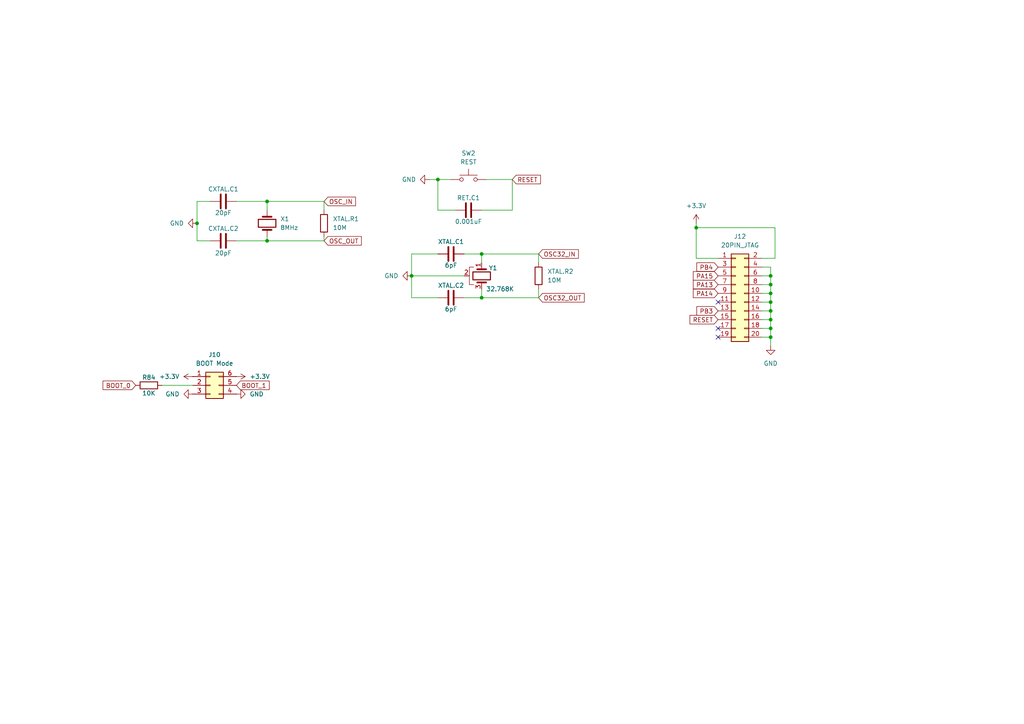
<source format=kicad_sch>
(kicad_sch (version 20231120) (generator "eeschema") (generator_version "8.0")
  (paper "A4")
  (lib_symbols
    (symbol "Connector_Generic:Conn_02x03_Counter_Clockwise" (pin_names (offset 1.016) hide)
      (property "Reference" "J" (at 1.27 5.08 0))
      (property "Value" "Conn_02x03_Counter_Clockwise" (at 1.27 -5.08 0))
      (symbol "Conn_02x03_Counter_Clockwise_1_1"
        (rectangle (start -1.27 -2.413) (end 0 -2.667) (stroke (width 0.1524)))
        (rectangle (start -1.27 0.127) (end 0 -0.127) (stroke (width 0.1524)))
        (rectangle (start -1.27 2.667) (end 0 2.413) (stroke (width 0.1524)))
        (rectangle (start -1.27 3.81) (end 3.81 -3.81) (stroke (width 0.254)) (fill (type background)))
        (rectangle (start 3.81 -2.413) (end 2.54 -2.667) (stroke (width 0.1524)))
        (rectangle (start 3.81 0.127) (end 2.54 -0.127) (stroke (width 0.1524)))
        (rectangle (start 3.81 2.667) (end 2.54 2.413) (stroke (width 0.1524)))
        (pin passive line (at -5.08 2.54 0) (length 3.81) (name "Pin_1") (number "1"))
        (pin passive line (at -5.08 0 0) (length 3.81) (name "Pin_2") (number "2"))
        (pin passive line (at -5.08 -2.54 0) (length 3.81) (name "Pin_3") (number "3"))
        (pin passive line (at 7.62 -2.54 180) (length 3.81) (name "Pin_4") (number "4"))
        (pin passive line (at 7.62 0 180) (length 3.81) (name "Pin_5") (number "5"))
        (pin passive line (at 7.62 2.54 180) (length 3.81) (name "Pin_6") (number "6"))
      )
    )
    (symbol "Connector_Generic:Conn_02x10_Odd_Even" (pin_names (offset 1.016) hide)
      (property "Reference" "J" (at 1.27 12.7 0))
      (property "Value" "Conn_02x10_Odd_Even" (at 1.27 -15.24 0))
      (symbol "Conn_02x10_Odd_Even_1_1"
        (rectangle (start -1.27 -12.573) (end 0 -12.827) (stroke (width 0.1524)))
        (rectangle (start -1.27 -10.033) (end 0 -10.287) (stroke (width 0.1524)))
        (rectangle (start -1.27 -7.493) (end 0 -7.747) (stroke (width 0.1524)))
        (rectangle (start -1.27 -4.953) (end 0 -5.207) (stroke (width 0.1524)))
        (rectangle (start -1.27 -2.413) (end 0 -2.667) (stroke (width 0.1524)))
        (rectangle (start -1.27 0.127) (end 0 -0.127) (stroke (width 0.1524)))
        (rectangle (start -1.27 2.667) (end 0 2.413) (stroke (width 0.1524)))
        (rectangle (start -1.27 5.207) (end 0 4.953) (stroke (width 0.1524)))
        (rectangle (start -1.27 7.747) (end 0 7.493) (stroke (width 0.1524)))
        (rectangle (start -1.27 10.287) (end 0 10.033) (stroke (width 0.1524)))
        (rectangle (start -1.27 11.43) (end 3.81 -13.97) (stroke (width 0.254)) (fill (type background)))
        (rectangle (start 3.81 -12.573) (end 2.54 -12.827) (stroke (width 0.1524)))
        (rectangle (start 3.81 -10.033) (end 2.54 -10.287) (stroke (width 0.1524)))
        (rectangle (start 3.81 -7.493) (end 2.54 -7.747) (stroke (width 0.1524)))
        (rectangle (start 3.81 -4.953) (end 2.54 -5.207) (stroke (width 0.1524)))
        (rectangle (start 3.81 -2.413) (end 2.54 -2.667) (stroke (width 0.1524)))
        (rectangle (start 3.81 0.127) (end 2.54 -0.127) (stroke (width 0.1524)))
        (rectangle (start 3.81 2.667) (end 2.54 2.413) (stroke (width 0.1524)))
        (rectangle (start 3.81 5.207) (end 2.54 4.953) (stroke (width 0.1524)))
        (rectangle (start 3.81 7.747) (end 2.54 7.493) (stroke (width 0.1524)))
        (rectangle (start 3.81 10.287) (end 2.54 10.033) (stroke (width 0.1524)))
        (pin passive line (at -5.08 10.16 0) (length 3.81) (name "Pin_1") (number "1"))
        (pin passive line (at 7.62 0 180) (length 3.81) (name "Pin_10") (number "10"))
        (pin passive line (at -5.08 -2.54 0) (length 3.81) (name "Pin_11") (number "11"))
        (pin passive line (at 7.62 -2.54 180) (length 3.81) (name "Pin_12") (number "12"))
        (pin passive line (at -5.08 -5.08 0) (length 3.81) (name "Pin_13") (number "13"))
        (pin passive line (at 7.62 -5.08 180) (length 3.81) (name "Pin_14") (number "14"))
        (pin passive line (at -5.08 -7.62 0) (length 3.81) (name "Pin_15") (number "15"))
        (pin passive line (at 7.62 -7.62 180) (length 3.81) (name "Pin_16") (number "16"))
        (pin passive line (at -5.08 -10.16 0) (length 3.81) (name "Pin_17") (number "17"))
        (pin passive line (at 7.62 -10.16 180) (length 3.81) (name "Pin_18") (number "18"))
        (pin passive line (at -5.08 -12.7 0) (length 3.81) (name "Pin_19") (number "19"))
        (pin passive line (at 7.62 10.16 180) (length 3.81) (name "Pin_2") (number "2"))
        (pin passive line (at 7.62 -12.7 180) (length 3.81) (name "Pin_20") (number "20"))
        (pin passive line (at -5.08 7.62 0) (length 3.81) (name "Pin_3") (number "3"))
        (pin passive line (at 7.62 7.62 180) (length 3.81) (name "Pin_4") (number "4"))
        (pin passive line (at -5.08 5.08 0) (length 3.81) (name "Pin_5") (number "5"))
        (pin passive line (at 7.62 5.08 180) (length 3.81) (name "Pin_6") (number "6"))
        (pin passive line (at -5.08 2.54 0) (length 3.81) (name "Pin_7") (number "7"))
        (pin passive line (at 7.62 2.54 180) (length 3.81) (name "Pin_8") (number "8"))
        (pin passive line (at -5.08 0 0) (length 3.81) (name "Pin_9") (number "9"))
      )
    )
    (symbol "Device:C" (pin_numbers hide) (pin_names (offset 0.254))
      (property "Reference" "C" (at 0.635 2.54 0))
      (property "Value" "C" (at 0.635 -2.54 0))
      (symbol "C_0_1"
        (polyline (pts (xy -2.032 -0.762) (xy 2.032 -0.762)) (stroke (width 0.508)))
        (polyline (pts (xy -2.032 0.762) (xy 2.032 0.762)) (stroke (width 0.508)))
      )
      (symbol "C_1_1"
        (pin passive line (at 0 3.81 270) (length 2.794) (name "~") (number "1"))
        (pin passive line (at 0 -3.81 90) (length 2.794) (name "~") (number "2"))
      )
    )
    (symbol "Device:Crystal" (pin_numbers hide) (pin_names (offset 1.016) hide)
      (property "Reference" "Y" (at 0 3.81 0))
      (property "Value" "Crystal" (at 0 -3.81 0))
      (symbol "Crystal_0_1"
        (rectangle (start -1.143 2.54) (end 1.143 -2.54) (stroke (width 0.3048)))
        (polyline (pts (xy -2.54 0) (xy -1.905 0)))
        (polyline (pts (xy -1.905 -1.27) (xy -1.905 1.27)) (stroke (width 0.508)))
        (polyline (pts (xy 1.905 -1.27) (xy 1.905 1.27)) (stroke (width 0.508)))
        (polyline (pts (xy 2.54 0) (xy 1.905 0)))
      )
      (symbol "Crystal_1_1"
        (pin passive line (at -3.81 0 0) (length 1.27) (name "1") (number "1"))
        (pin passive line (at 3.81 0 180) (length 1.27) (name "2") (number "2"))
      )
    )
    (symbol "Device:Crystal_GND2" (pin_names (offset 1.016) hide)
      (property "Reference" "Y" (at 0 5.715 0))
      (property "Value" "Crystal_GND2" (at 0 3.81 0))
      (symbol "Crystal_GND2_0_1"
        (rectangle (start -1.143 2.54) (end 1.143 -2.54) (stroke (width 0.3048)))
        (polyline (pts (xy -2.54 0) (xy -1.905 0)))
        (polyline (pts (xy -1.905 -1.27) (xy -1.905 1.27)) (stroke (width 0.508)))
        (polyline (pts (xy 0 -3.81) (xy 0 -3.556)))
        (polyline (pts (xy 1.905 0) (xy 2.54 0)))
        (polyline (pts (xy 1.905 1.27) (xy 1.905 -1.27)) (stroke (width 0.508)))
        (polyline (pts (xy -2.54 -2.286) (xy -2.54 -3.556) (xy 2.54 -3.556) (xy 2.54 -2.286)))
      )
      (symbol "Crystal_GND2_1_1"
        (pin passive line (at -3.81 0 0) (length 1.27) (name "1") (number "1"))
        (pin passive line (at 0 -5.08 90) (length 1.27) (name "2") (number "2"))
        (pin passive line (at 3.81 0 180) (length 1.27) (name "3") (number "3"))
      )
    )
    (symbol "Device:R" (pin_numbers hide) (pin_names (offset 0))
      (property "Reference" "R" (at 2.032 0 90))
      (property "Value" "R" (at 0 0 90))
      (symbol "R_0_1"
        (rectangle (start -1.016 -2.54) (end 1.016 2.54) (stroke (width 0.254)))
      )
      (symbol "R_1_1"
        (pin passive line (at 0 3.81 270) (length 1.27) (name "~") (number "1"))
        (pin passive line (at 0 -3.81 90) (length 1.27) (name "~") (number "2"))
      )
    )
    (symbol "Switch:SW_MEC_5G" (pin_numbers hide) (pin_names (offset 1.016) hide)
      (property "Reference" "SW" (at 1.27 2.54 0))
      (property "Value" "SW_MEC_5G" (at 0 -1.524 0))
      (symbol "SW_MEC_5G_0_1"
        (circle (center -2.032 0) (radius 0.508))
        (polyline (pts (xy 0 1.27) (xy 0 3.048)))
        (polyline (pts (xy 2.54 1.27) (xy -2.54 1.27)))
        (circle (center 2.032 0) (radius 0.508))
        (pin passive line (at -5.08 0 0) (length 2.54) (name "A") (number "1"))
        (pin passive line (at 5.08 0 180) (length 2.54) (name "B") (number "3"))
      )
      (symbol "SW_MEC_5G_1_1"
        (pin passive line (at -5.08 0 0) (length 2.54) hide (name "A") (number "2"))
        (pin passive line (at 5.08 0 180) (length 2.54) hide (name "B") (number "4"))
      )
    )
    (symbol "power:+3.3V" (power) (pin_numbers hide) (pin_names (offset 0) hide)
      (property "Value" "+3.3V" (at 0 3.556 0))
      (symbol "+3.3V_0_1"
        (polyline (pts (xy -0.762 1.27) (xy 0 2.54)))
        (polyline (pts (xy 0 0) (xy 0 2.54)))
        (polyline (pts (xy 0 2.54) (xy 0.762 1.27)))
      )
      (symbol "+3.3V_1_1"
        (pin power_in line (at 0 0 90) (length 0) (name "~") (number "1"))
      )
    )
    (symbol "power:GND" (power) (pin_numbers hide) (pin_names (offset 0) hide)
      (property "Value" "GND" (at 0 -3.81 0))
      (symbol "GND_0_1"
        (polyline (pts (xy 0 0) (xy 0 -1.27) (xy 1.27 -1.27) (xy 0 -2.54) (xy -1.27 -1.27) (xy 0 -1.27)))
      )
      (symbol "GND_1_1"
        (pin power_in line (at 0 0 270) (length 0) (name "~") (number "1"))
      )
    )
  )
  (junction (at 223.52 92.71))
  (junction (at 223.52 87.63))
  (junction (at 139.7 73.66))
  (junction (at 119.38 80.01))
  (junction (at 223.52 90.17))
  (junction (at 77.47 58.42))
  (junction (at 201.93 66.04))
  (junction (at 57.15 64.77))
  (junction (at 127 52.07))
  (junction (at 139.7 86.36))
  (junction (at 77.47 69.85))
  (junction (at 223.52 97.79))
  (junction (at 223.52 85.09))
  (junction (at 223.52 95.25))
  (junction (at 223.52 82.55))
  (junction (at 223.52 80.01))
  (no_connect (at 208.28 97.79))
  (no_connect (at 208.28 87.63))
  (no_connect (at 208.28 95.25))
  (wire (pts (xy 46.99 111.76) (xy 55.88 111.76)))
  (wire (pts (xy 130.81 52.07) (xy 127 52.07)))
  (wire (pts (xy 93.98 60.96) (xy 93.98 58.42)))
  (wire (pts (xy 223.52 77.47) (xy 223.52 80.01)))
  (wire (pts (xy 220.98 74.93) (xy 224.79 74.93)))
  (wire (pts (xy 57.15 69.85) (xy 57.15 64.77)))
  (wire (pts (xy 223.52 95.25) (xy 220.98 95.25)))
  (wire (pts (xy 127 52.07) (xy 124.46 52.07)))
  (wire (pts (xy 156.21 83.82) (xy 156.21 86.36)))
  (wire (pts (xy 139.7 73.66) (xy 134.62 73.66)))
  (wire (pts (xy 223.52 92.71) (xy 223.52 95.25)))
  (wire (pts (xy 57.15 58.42) (xy 60.96 58.42)))
  (wire (pts (xy 156.21 76.2) (xy 156.21 73.66)))
  (wire (pts (xy 132.08 60.96) (xy 127 60.96)))
  (wire (pts (xy 201.93 74.93) (xy 201.93 66.04)))
  (wire (pts (xy 223.52 85.09) (xy 220.98 85.09)))
  (wire (pts (xy 223.52 90.17) (xy 223.52 92.71)))
  (wire (pts (xy 223.52 82.55) (xy 220.98 82.55)))
  (wire (pts (xy 223.52 95.25) (xy 223.52 97.79)))
  (wire (pts (xy 201.93 66.04) (xy 201.93 64.77)))
  (wire (pts (xy 60.96 69.85) (xy 57.15 69.85)))
  (wire (pts (xy 223.52 90.17) (xy 220.98 90.17)))
  (wire (pts (xy 223.52 97.79) (xy 220.98 97.79)))
  (wire (pts (xy 223.52 77.47) (xy 220.98 77.47)))
  (wire (pts (xy 127 86.36) (xy 119.38 86.36)))
  (wire (pts (xy 77.47 60.96) (xy 77.47 58.42)))
  (wire (pts (xy 223.52 97.79) (xy 223.52 100.33)))
  (wire (pts (xy 223.52 80.01) (xy 223.52 82.55)))
  (wire (pts (xy 77.47 68.58) (xy 77.47 69.85)))
  (wire (pts (xy 139.7 76.2) (xy 139.7 73.66)))
  (wire (pts (xy 57.15 64.77) (xy 57.15 58.42)))
  (wire (pts (xy 223.52 85.09) (xy 223.52 87.63)))
  (wire (pts (xy 223.52 87.63) (xy 223.52 90.17)))
  (wire (pts (xy 77.47 58.42) (xy 68.58 58.42)))
  (wire (pts (xy 127 60.96) (xy 127 52.07)))
  (wire (pts (xy 223.52 87.63) (xy 220.98 87.63)))
  (wire (pts (xy 77.47 69.85) (xy 68.58 69.85)))
  (wire (pts (xy 139.7 60.96) (xy 148.59 60.96)))
  (wire (pts (xy 156.21 73.66) (xy 139.7 73.66)))
  (wire (pts (xy 127 73.66) (xy 119.38 73.66)))
  (wire (pts (xy 139.7 83.82) (xy 139.7 86.36)))
  (wire (pts (xy 93.98 68.58) (xy 93.98 69.85)))
  (wire (pts (xy 93.98 58.42) (xy 77.47 58.42)))
  (wire (pts (xy 139.7 86.36) (xy 134.62 86.36)))
  (wire (pts (xy 119.38 80.01) (xy 134.62 80.01)))
  (wire (pts (xy 119.38 86.36) (xy 119.38 80.01)))
  (wire (pts (xy 223.52 80.01) (xy 220.98 80.01)))
  (wire (pts (xy 148.59 60.96) (xy 148.59 52.07)))
  (wire (pts (xy 223.52 82.55) (xy 223.52 85.09)))
  (wire (pts (xy 119.38 73.66) (xy 119.38 80.01)))
  (wire (pts (xy 208.28 74.93) (xy 201.93 74.93)))
  (wire (pts (xy 224.79 74.93) (xy 224.79 66.04)))
  (wire (pts (xy 93.98 69.85) (xy 77.47 69.85)))
  (wire (pts (xy 223.52 92.71) (xy 220.98 92.71)))
  (wire (pts (xy 224.79 66.04) (xy 201.93 66.04)))
  (wire (pts (xy 148.59 52.07) (xy 140.97 52.07)))
  (wire (pts (xy 156.21 86.36) (xy 139.7 86.36)))
  (global_label "BOOT_1" (shape input) (at 68.58 111.76 0) (property "Intersheetrefs" "${INTERSHEET_REFS}" (effects (hide yes))))
  (global_label "OSC_IN" (shape input) (at 93.98 58.42 0) (property "Intersheetrefs" "${INTERSHEET_REFS}" (effects (hide yes))))
  (global_label "OSC32_IN" (shape input) (at 156.21 73.66 0) (property "Intersheetrefs" "${INTERSHEET_REFS}" (effects (hide yes))))
  (global_label "PB4" (shape input) (at 208.28 77.47 180) (property "Intersheetrefs" "${INTERSHEET_REFS}" (effects (hide yes))))
  (global_label "BOOT_0" (shape input) (at 39.37 111.76 180) (property "Intersheetrefs" "${INTERSHEET_REFS}" (effects (hide yes))))
  (global_label "PA13" (shape input) (at 208.28 82.55 180) (property "Intersheetrefs" "${INTERSHEET_REFS}" (effects (hide yes))))
  (global_label "PA15" (shape input) (at 208.28 80.01 180) (property "Intersheetrefs" "${INTERSHEET_REFS}" (effects (hide yes))))
  (global_label "OSC_OUT" (shape input) (at 93.98 69.85 0) (property "Intersheetrefs" "${INTERSHEET_REFS}" (effects (hide yes))))
  (global_label "PA14" (shape input) (at 208.28 85.09 180) (property "Intersheetrefs" "${INTERSHEET_REFS}" (effects (hide yes))))
  (global_label "RESET" (shape input) (at 148.59 52.07 0) (property "Intersheetrefs" "${INTERSHEET_REFS}" (effects (hide yes))))
  (global_label "PB3" (shape input) (at 208.28 90.17 180) (property "Intersheetrefs" "${INTERSHEET_REFS}" (effects (hide yes))))
  (global_label "RESET" (shape input) (at 208.28 92.71 180) (property "Intersheetrefs" "${INTERSHEET_REFS}" (effects (hide yes))))
  (global_label "OSC32_OUT" (shape input) (at 156.21 86.36 0) (property "Intersheetrefs" "${INTERSHEET_REFS}" (effects (hide yes))))
  (symbol (lib_id "Device:C") (at 135.89 60.96 90) (unit 1)
    (property "Reference" "RET.C1" (at 135.89 57.404 90))
    (property "Value" "0.001uF" (at 135.89 64.262 90))
    (property "Footprint" "Capacitor_SMD:C_0805_2012Metric" (effects (hide yes)))
    (property "Description" "Unpolarized capacitor" (effects (hide yes)))
  )
  (symbol (lib_id "Device:C") (at 64.77 69.85 90) (unit 1)
    (property "Reference" "CXTAL.C2" (at 64.77 66.294 90))
    (property "Value" "20pF" (at 64.77 73.406 90))
    (property "Footprint" "Capacitor_SMD:C_0805_2012Metric" (effects (hide yes)))
    (property "Description" "Unpolarized capacitor" (effects (hide yes)))
  )
  (symbol (lib_id "power:GND") (at 55.88 114.3 270) (unit 1)
    (property "Reference" "#PWR049" (effects (hide yes)))
    (property "Value" "GND" (at 52.07 114.2999 90) (effects (justify right)))
    (property "Description" "Power symbol creates a global label with name \"GND\" , ground" (effects (hide yes)))
  )
  (symbol (lib_id "Device:C") (at 130.81 73.66 90) (unit 1)
    (property "Reference" "XTAL.C1" (at 130.81 70.104 90))
    (property "Value" "6pF" (at 130.81 76.962 90))
    (property "Footprint" "Capacitor_SMD:C_0805_2012Metric" (effects (hide yes)))
    (property "Description" "Unpolarized capacitor" (effects (hide yes)))
  )
  (symbol (lib_id "Device:R") (at 43.18 111.76 90) (unit 1)
    (property "Reference" "R84" (at 43.18 109.474 90))
    (property "Value" "10K" (at 43.18 114.046 90))
    (property "Footprint" "Capacitor_SMD:C_0805_2012Metric" (effects (hide yes)))
    (property "Description" "Resistor" (effects (hide yes)))
  )
  (symbol (lib_id "power:GND") (at 119.38 80.01 270) (unit 1)
    (property "Reference" "#PWR046" (effects (hide yes)))
    (property "Value" "GND" (at 115.57 80.0099 90) (effects (justify right)))
    (property "Description" "Power symbol creates a global label with name \"GND\" , ground" (effects (hide yes)))
  )
  (symbol (lib_id "power:GND") (at 68.58 114.3 90) (unit 1)
    (property "Reference" "#PWR050" (effects (hide yes)))
    (property "Value" "GND" (at 72.39 114.2999 90) (effects (justify right)))
    (property "Description" "Power symbol creates a global label with name \"GND\" , ground" (effects (hide yes)))
  )
  (symbol (lib_id "Connector_Generic:Conn_02x10_Odd_Even") (at 213.36 85.09 0) (unit 1)
    (property "Reference" "J12" (at 214.63 68.58 0))
    (property "Value" "20PIN_JTAG" (at 214.63 71.12 0))
    (property "Footprint" "Connector_IDC:IDC-Header_2x10_P2.54mm_Vertical" (effects (hide yes)))
    (property "Description" "Generic connector, double row, 02x10, odd/even pin numbering scheme (row 1 odd numbers, row 2 even numbers), script generated (kicad-library-utils/schlib/autogen/connector/)" (effects (hide yes)))
  )
  (symbol (lib_id "Device:C") (at 64.77 58.42 90) (unit 1)
    (property "Reference" "CXTAL.C1" (at 64.77 54.864 90))
    (property "Value" "20pF" (at 64.77 61.722 90))
    (property "Footprint" "Capacitor_SMD:C_0805_2012Metric" (effects (hide yes)))
    (property "Description" "Unpolarized capacitor" (effects (hide yes)))
  )
  (symbol (lib_id "power:+3.3V") (at 201.93 64.77 0) (unit 1)
    (property "Reference" "#PWR029" (effects (hide yes)))
    (property "Value" "+3.3V" (at 201.93 59.69 0))
    (property "Description" "Power symbol creates a global label with name \"+3.3V\"" (effects (hide yes)))
  )
  (symbol (lib_id "Device:Crystal_GND2") (at 139.7 80.01 270) (unit 1)
    (property "Reference" "Y1" (at 141.732 77.724 90) (effects (justify left)))
    (property "Value" "32.768K" (at 140.97 83.82 90) (effects (justify left)))
    (property "Footprint" "Crystal:Crystal_SMD_MicroCrystal_MS3V-T1R" (effects (hide yes)))
    (property "Description" "Three pin crystal, GND on pin 2" (effects (hide yes)))
  )
  (symbol (lib_id "power:+3.3V") (at 55.88 109.22 90) (unit 1)
    (property "Reference" "#PWR047" (effects (hide yes)))
    (property "Value" "+3.3V" (at 52.07 109.2199 90) (effects (justify left)))
    (property "Description" "Power symbol creates a global label with name \"+3.3V\"" (effects (hide yes)))
  )
  (symbol (lib_id "power:GND") (at 57.15 64.77 270) (unit 1)
    (property "Reference" "#PWR044" (effects (hide yes)))
    (property "Value" "GND" (at 53.34 64.7699 90) (effects (justify right)))
    (property "Description" "Power symbol creates a global label with name \"GND\" , ground" (effects (hide yes)))
  )
  (symbol (lib_id "Device:C") (at 130.81 86.36 90) (unit 1)
    (property "Reference" "XTAL.C2" (at 130.81 82.804 90))
    (property "Value" "6pF" (at 130.81 89.662 90))
    (property "Footprint" "Capacitor_SMD:C_0805_2012Metric" (effects (hide yes)))
    (property "Description" "Unpolarized capacitor" (effects (hide yes)))
  )
  (symbol (lib_id "power:+3.3V") (at 68.58 109.22 270) (unit 1)
    (property "Reference" "#PWR048" (effects (hide yes)))
    (property "Value" "+3.3V" (at 72.39 109.2199 90) (effects (justify left)))
    (property "Description" "Power symbol creates a global label with name \"+3.3V\"" (effects (hide yes)))
  )
  (symbol (lib_id "Device:Crystal") (at 77.47 64.77 90) (unit 1)
    (property "Reference" "X1" (at 81.28 63.4999 90) (effects (justify right)))
    (property "Value" "8MHz" (at 81.28 66.0399 90) (effects (justify right)))
    (property "Footprint" "Crystal:Crystal_HC18-U_Vertical" (effects (hide yes)))
    (property "Description" "Two pin crystal" (effects (hide yes)))
  )
  (symbol (lib_id "power:GND") (at 124.46 52.07 270) (unit 1)
    (property "Reference" "#PWR045" (effects (hide yes)))
    (property "Value" "GND" (at 120.65 52.0699 90) (effects (justify right)))
    (property "Description" "Power symbol creates a global label with name \"GND\" , ground" (effects (hide yes)))
  )
  (symbol (lib_id "Switch:SW_MEC_5G") (at 135.89 52.07 0) (unit 1)
    (property "Reference" "SW2" (at 135.89 44.45 0))
    (property "Value" "REST" (at 135.89 46.99 0))
    (property "Footprint" "Button_Switch_SMD:SW_MEC_5GSH9" (effects (hide yes)))
    (property "Datasheet" "http://www.apem.com/int/index.php?controller=attachment&id_attachment=488" (effects (hide yes)))
    (property "Description" "MEC 5G single pole normally-open tactile switch" (effects (hide yes)))
  )
  (symbol (lib_id "Device:R") (at 156.21 80.01 0) (unit 1)
    (property "Reference" "XTAL.R2" (at 158.75 78.7399 0) (effects (justify left)))
    (property "Value" "10M" (at 158.75 81.2799 0) (effects (justify left)))
    (property "Footprint" "Resistor_SMD:R_0805_2012Metric" (effects (hide yes)))
    (property "Description" "Resistor" (effects (hide yes)))
  )
  (symbol (lib_id "Connector_Generic:Conn_02x03_Counter_Clockwise") (at 60.96 111.76 0) (unit 1)
    (property "Reference" "J10" (at 62.23 102.87 0))
    (property "Value" "BOOT Mode" (at 62.23 105.41 0))
    (property "Footprint" "Connector_PinSocket_2.54mm:PinSocket_2x03_P2.54mm_Vertical" (effects (hide yes)))
    (property "Description" "Generic connector, double row, 02x03, counter clockwise pin numbering scheme (similar to DIP package numbering), script generated (kicad-library-utils/schlib/autogen/connector/)" (effects (hide yes)))
  )
  (symbol (lib_id "power:GND") (at 223.52 100.33 0) (unit 1)
    (property "Reference" "#PWR030" (effects (hide yes)))
    (property "Value" "GND" (at 223.52 105.41 0))
    (property "Description" "Power symbol creates a global label with name \"GND\" , ground" (effects (hide yes)))
  )
  (symbol (lib_id "Device:R") (at 93.98 64.77 0) (unit 1)
    (property "Reference" "XTAL.R1" (at 96.52 63.4999 0) (effects (justify left)))
    (property "Value" "10M" (at 96.52 66.0399 0) (effects (justify left)))
    (property "Footprint" "Resistor_SMD:R_0805_2012Metric" (effects (hide yes)))
    (property "Description" "Resistor" (effects (hide yes)))
  )
)
</source>
